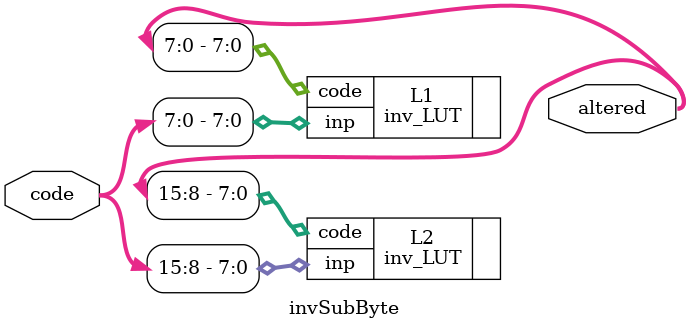
<source format=v>
module invSubByte(
    output [15:0] altered,
	input[15:0] code
    );
	
	inv_LUT L1(
	.code(altered[7:0]),
	.inp(code[7:0])
	);
	
	inv_LUT L2(
	.code(altered[15:8]),
	.inp(code[15:8])
	);
	
endmodule
</source>
